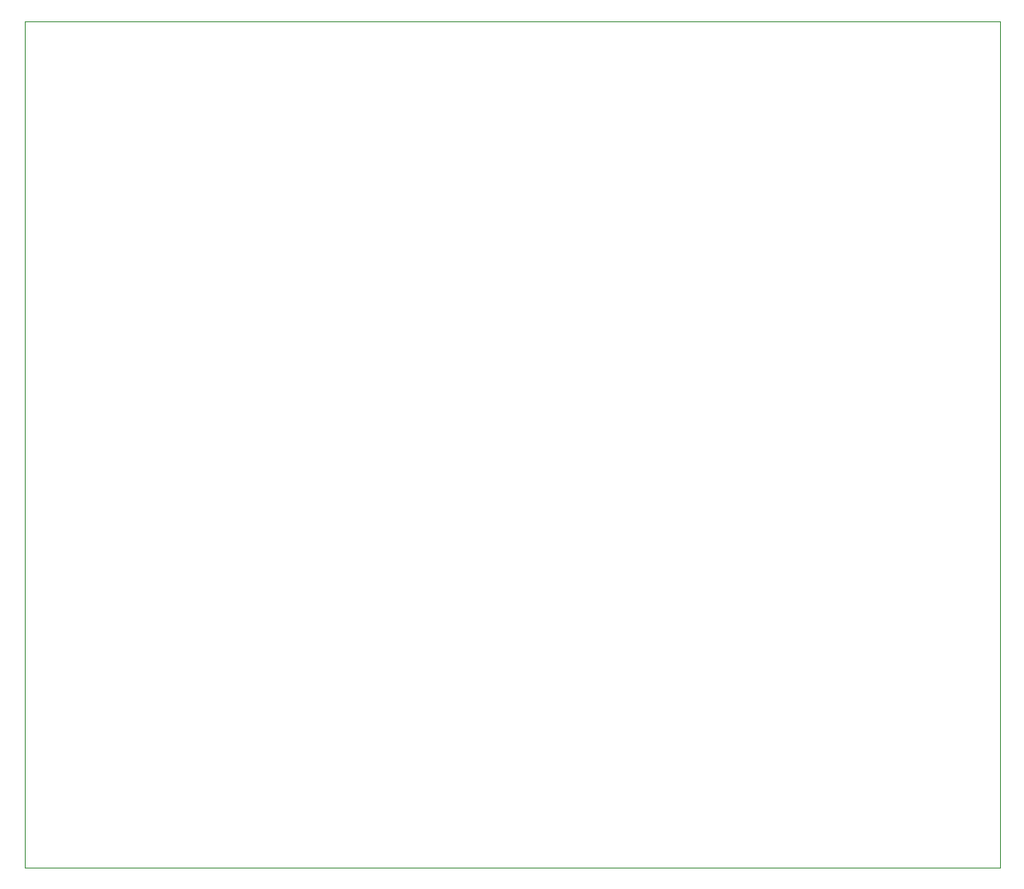
<source format=gbr>
%TF.GenerationSoftware,KiCad,Pcbnew,7.0.11+dfsg-1build4*%
%TF.CreationDate,2024-09-23T14:49:35-04:00*%
%TF.ProjectId,Geophone+Accel+CalibSwitch,47656f70-686f-46e6-952b-416363656c2b,rev?*%
%TF.SameCoordinates,Original*%
%TF.FileFunction,Profile,NP*%
%FSLAX46Y46*%
G04 Gerber Fmt 4.6, Leading zero omitted, Abs format (unit mm)*
G04 Created by KiCad (PCBNEW 7.0.11+dfsg-1build4) date 2024-09-23 14:49:35*
%MOMM*%
%LPD*%
G01*
G04 APERTURE LIST*
%TA.AperFunction,Profile*%
%ADD10C,0.050000*%
%TD*%
G04 APERTURE END LIST*
D10*
X134620000Y-63500000D02*
X231140000Y-63500000D01*
X231140000Y-147320000D01*
X134620000Y-147320000D01*
X134620000Y-63500000D01*
M02*

</source>
